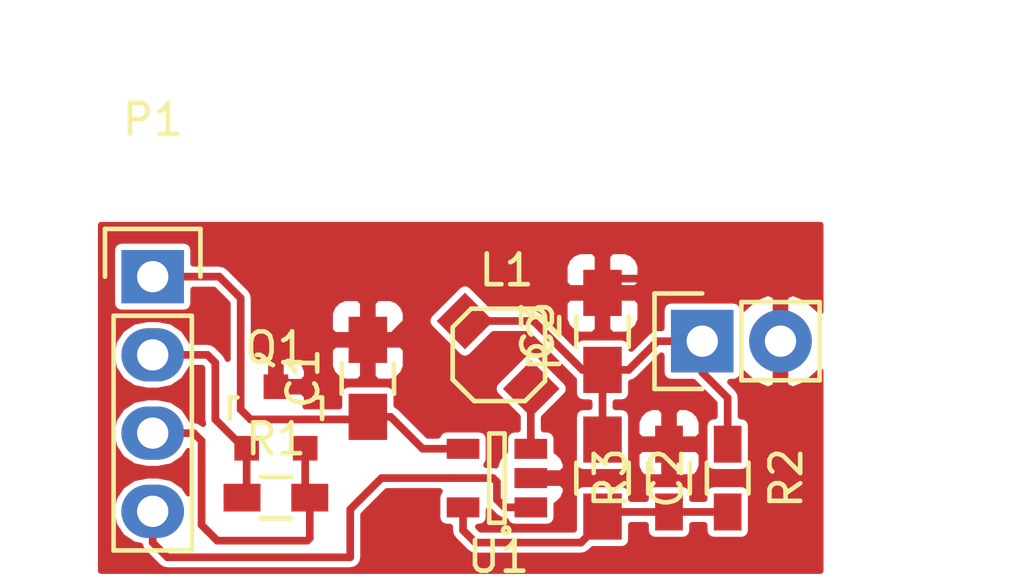
<source format=kicad_pcb>
(kicad_pcb (version 4) (host pcbnew 4.0.2-stable)

  (general
    (links 20)
    (no_connects 0)
    (area 148.879167 54.046 186.2445 72.74)
    (thickness 1.6)
    (drawings 2)
    (tracks 88)
    (zones 0)
    (modules 11)
    (nets 9)
  )

  (page A4)
  (layers
    (0 F.Cu signal)
    (31 B.Cu signal)
    (32 B.Adhes user)
    (33 F.Adhes user)
    (34 B.Paste user)
    (35 F.Paste user)
    (36 B.SilkS user)
    (37 F.SilkS user)
    (38 B.Mask user)
    (39 F.Mask user)
    (40 Dwgs.User user)
    (41 Cmts.User user)
    (42 Eco1.User user)
    (43 Eco2.User user)
    (44 Edge.Cuts user)
    (45 Margin user)
    (46 B.CrtYd user)
    (47 F.CrtYd user)
    (48 B.Fab user)
    (49 F.Fab user)
  )

  (setup
    (last_trace_width 0.25)
    (trace_clearance 0.2)
    (zone_clearance 0.2)
    (zone_45_only no)
    (trace_min 0.2)
    (segment_width 0.2)
    (edge_width 0.15)
    (via_size 0.6)
    (via_drill 0.4)
    (via_min_size 0.4)
    (via_min_drill 0.3)
    (uvia_size 0.3)
    (uvia_drill 0.1)
    (uvias_allowed no)
    (uvia_min_size 0.2)
    (uvia_min_drill 0.1)
    (pcb_text_width 0.3)
    (pcb_text_size 1.5 1.5)
    (mod_edge_width 0.15)
    (mod_text_size 1 1)
    (mod_text_width 0.15)
    (pad_size 1.524 1.524)
    (pad_drill 0.762)
    (pad_to_mask_clearance 0.2)
    (aux_axis_origin 0 0)
    (visible_elements 7FFEFFFF)
    (pcbplotparams
      (layerselection 0x00000_00000001)
      (usegerberextensions false)
      (excludeedgelayer true)
      (linewidth 0.100000)
      (plotframeref false)
      (viasonmask false)
      (mode 1)
      (useauxorigin false)
      (hpglpennumber 1)
      (hpglpenspeed 20)
      (hpglpendiameter 15)
      (hpglpenoverlay 2)
      (psnegative true)
      (psa4output false)
      (plotreference true)
      (plotvalue true)
      (plotinvisibletext false)
      (padsonsilk false)
      (subtractmaskfromsilk false)
      (outputformat 5)
      (mirror true)
      (drillshape 1)
      (scaleselection 1)
      (outputdirectory svg))
  )

  (net 0 "")
  (net 1 +3V3)
  (net 2 GND)
  (net 3 +1V8)
  (net 4 "Net-(C2-Pad2)")
  (net 5 "Net-(L1-Pad1)")
  (net 6 "Net-(P1-Pad2)")
  (net 7 "Net-(P1-Pad4)")
  (net 8 "Net-(P1-Pad3)")

  (net_class Default "This is the default net class."
    (clearance 0.2)
    (trace_width 0.25)
    (via_dia 0.6)
    (via_drill 0.4)
    (uvia_dia 0.3)
    (uvia_drill 0.1)
    (add_net +1V8)
    (add_net +3V3)
    (add_net GND)
    (add_net "Net-(C2-Pad2)")
    (add_net "Net-(L1-Pad1)")
    (add_net "Net-(P1-Pad2)")
    (add_net "Net-(P1-Pad3)")
    (add_net "Net-(P1-Pad4)")
  )

  (module Capacitors_SMD:C_0805_HandSoldering (layer F.Cu) (tedit 541A9B8D) (tstamp 583B0A52)
    (at 168.5925 69.215 270)
    (descr "Capacitor SMD 0805, hand soldering")
    (tags "capacitor 0805")
    (path /583AFBF1)
    (attr smd)
    (fp_text reference C2 (at 0 -2.1 270) (layer F.SilkS)
      (effects (font (size 1 1) (thickness 0.15)))
    )
    (fp_text value 18p (at 0 2.1 270) (layer F.Fab)
      (effects (font (size 1 1) (thickness 0.15)))
    )
    (fp_line (start -1 0.625) (end -1 -0.625) (layer F.Fab) (width 0.15))
    (fp_line (start 1 0.625) (end -1 0.625) (layer F.Fab) (width 0.15))
    (fp_line (start 1 -0.625) (end 1 0.625) (layer F.Fab) (width 0.15))
    (fp_line (start -1 -0.625) (end 1 -0.625) (layer F.Fab) (width 0.15))
    (fp_line (start -2.3 -1) (end 2.3 -1) (layer F.CrtYd) (width 0.05))
    (fp_line (start -2.3 1) (end 2.3 1) (layer F.CrtYd) (width 0.05))
    (fp_line (start -2.3 -1) (end -2.3 1) (layer F.CrtYd) (width 0.05))
    (fp_line (start 2.3 -1) (end 2.3 1) (layer F.CrtYd) (width 0.05))
    (fp_line (start 0.5 -0.85) (end -0.5 -0.85) (layer F.SilkS) (width 0.15))
    (fp_line (start -0.5 0.85) (end 0.5 0.85) (layer F.SilkS) (width 0.15))
    (pad 1 smd rect (at -1.25 0 270) (size 1.5 1.25) (layers F.Cu F.Paste F.Mask)
      (net 3 +1V8))
    (pad 2 smd rect (at 1.25 0 270) (size 1.5 1.25) (layers F.Cu F.Paste F.Mask)
      (net 4 "Net-(C2-Pad2)"))
    (model Capacitors_SMD.3dshapes/C_0805_HandSoldering.wrl
      (at (xyz 0 0 0))
      (scale (xyz 1 1 1))
      (rotate (xyz 0 0 0))
    )
  )

  (module Capacitors_SMD:C_0805_HandSoldering (layer F.Cu) (tedit 541A9B8D) (tstamp 583B0A4C)
    (at 160.9725 65.9765 90)
    (descr "Capacitor SMD 0805, hand soldering")
    (tags "capacitor 0805")
    (path /583B0057)
    (attr smd)
    (fp_text reference C1 (at 0 -2.1 90) (layer F.SilkS)
      (effects (font (size 1 1) (thickness 0.15)))
    )
    (fp_text value C (at 0 2.1 90) (layer F.Fab)
      (effects (font (size 1 1) (thickness 0.15)))
    )
    (fp_line (start -1 0.625) (end -1 -0.625) (layer F.Fab) (width 0.15))
    (fp_line (start 1 0.625) (end -1 0.625) (layer F.Fab) (width 0.15))
    (fp_line (start 1 -0.625) (end 1 0.625) (layer F.Fab) (width 0.15))
    (fp_line (start -1 -0.625) (end 1 -0.625) (layer F.Fab) (width 0.15))
    (fp_line (start -2.3 -1) (end 2.3 -1) (layer F.CrtYd) (width 0.05))
    (fp_line (start -2.3 1) (end 2.3 1) (layer F.CrtYd) (width 0.05))
    (fp_line (start -2.3 -1) (end -2.3 1) (layer F.CrtYd) (width 0.05))
    (fp_line (start 2.3 -1) (end 2.3 1) (layer F.CrtYd) (width 0.05))
    (fp_line (start 0.5 -0.85) (end -0.5 -0.85) (layer F.SilkS) (width 0.15))
    (fp_line (start -0.5 0.85) (end 0.5 0.85) (layer F.SilkS) (width 0.15))
    (pad 1 smd rect (at -1.25 0 90) (size 1.5 1.25) (layers F.Cu F.Paste F.Mask)
      (net 1 +3V3))
    (pad 2 smd rect (at 1.25 0 90) (size 1.5 1.25) (layers F.Cu F.Paste F.Mask)
      (net 2 GND))
    (model Capacitors_SMD.3dshapes/C_0805_HandSoldering.wrl
      (at (xyz 0 0 0))
      (scale (xyz 1 1 1))
      (rotate (xyz 0 0 0))
    )
  )

  (module Capacitors_SMD:C_0805_HandSoldering (layer F.Cu) (tedit 541A9B8D) (tstamp 583B0A58)
    (at 168.5925 64.4525 90)
    (descr "Capacitor SMD 0805, hand soldering")
    (tags "capacitor 0805")
    (path /583AFC16)
    (attr smd)
    (fp_text reference C3 (at 0 -2.1 90) (layer F.SilkS)
      (effects (font (size 1 1) (thickness 0.15)))
    )
    (fp_text value C (at 0 2.1 90) (layer F.Fab)
      (effects (font (size 1 1) (thickness 0.15)))
    )
    (fp_line (start -1 0.625) (end -1 -0.625) (layer F.Fab) (width 0.15))
    (fp_line (start 1 0.625) (end -1 0.625) (layer F.Fab) (width 0.15))
    (fp_line (start 1 -0.625) (end 1 0.625) (layer F.Fab) (width 0.15))
    (fp_line (start -1 -0.625) (end 1 -0.625) (layer F.Fab) (width 0.15))
    (fp_line (start -2.3 -1) (end 2.3 -1) (layer F.CrtYd) (width 0.05))
    (fp_line (start -2.3 1) (end 2.3 1) (layer F.CrtYd) (width 0.05))
    (fp_line (start -2.3 -1) (end -2.3 1) (layer F.CrtYd) (width 0.05))
    (fp_line (start 2.3 -1) (end 2.3 1) (layer F.CrtYd) (width 0.05))
    (fp_line (start 0.5 -0.85) (end -0.5 -0.85) (layer F.SilkS) (width 0.15))
    (fp_line (start -0.5 0.85) (end 0.5 0.85) (layer F.SilkS) (width 0.15))
    (pad 1 smd rect (at -1.25 0 90) (size 1.5 1.25) (layers F.Cu F.Paste F.Mask)
      (net 3 +1V8))
    (pad 2 smd rect (at 1.25 0 90) (size 1.5 1.25) (layers F.Cu F.Paste F.Mask)
      (net 2 GND))
    (model Capacitors_SMD.3dshapes/C_0805_HandSoldering.wrl
      (at (xyz 0 0 0))
      (scale (xyz 1 1 1))
      (rotate (xyz 0 0 0))
    )
  )

  (module lcd_dc-dc:CDRH2D14 (layer F.Cu) (tedit 571C8E44) (tstamp 583B0A5E)
    (at 165.227 65.2145 180)
    (path /583AFAFD)
    (fp_text reference L1 (at -0.25 2.75 180) (layer F.SilkS)
      (effects (font (size 1 1) (thickness 0.15)))
    )
    (fp_text value INDUCTOR (at 0.25 -2.25 180) (layer F.Fab)
      (effects (font (size 1 1) (thickness 0.15)))
    )
    (fp_line (start -1.5 -0.75) (end -1.5 -0.85) (layer F.SilkS) (width 0.15))
    (fp_line (start -0.85 -1.5) (end -1.5 -0.85) (layer F.SilkS) (width 0.15))
    (fp_line (start -1.5 1.2) (end -1.5 -0.75) (layer F.SilkS) (width 0.15))
    (fp_arc (start -1.2 1.2) (end -1.2 1.5) (angle 90) (layer F.SilkS) (width 0.15))
    (fp_line (start 0.9 1.5) (end -1.2 1.5) (layer F.SilkS) (width 0.15))
    (fp_line (start 1.5 -0.8) (end 1.5 0.9) (layer F.SilkS) (width 0.15))
    (fp_line (start -0.85 -1.5) (end 0.8 -1.5) (layer F.SilkS) (width 0.15))
    (fp_line (start 1.15 -1.15) (end 1.45 -0.85) (layer F.SilkS) (width 0.15))
    (fp_line (start 1.45 -0.85) (end 1.5 -0.8) (layer F.SilkS) (width 0.15))
    (fp_line (start 1.5 -0.8) (end 0.8 -1.5) (layer F.SilkS) (width 0.15))
    (fp_line (start 0.9 1.5) (end 1.5 0.9) (layer F.SilkS) (width 0.15))
    (pad 2 smd rect (at 1.1 1.1 225) (size 1.3 1.3) (layers F.Cu F.Paste F.Mask)
      (net 3 +1V8))
    (pad 1 smd rect (at -1.05 -1.1 225) (size 1.3 1.3) (layers F.Cu F.Paste F.Mask)
      (net 5 "Net-(L1-Pad1)"))
  )

  (module Pin_Headers:Pin_Header_Straight_1x04 (layer F.Cu) (tedit 0) (tstamp 583B0A66)
    (at 153.9875 62.6745)
    (descr "Through hole pin header")
    (tags "pin header")
    (path /583B272B)
    (fp_text reference P1 (at 0 -5.1) (layer F.SilkS)
      (effects (font (size 1 1) (thickness 0.15)))
    )
    (fp_text value CONN_01X04 (at 0 -3.1) (layer F.Fab)
      (effects (font (size 1 1) (thickness 0.15)))
    )
    (fp_line (start -1.75 -1.75) (end -1.75 9.4) (layer F.CrtYd) (width 0.05))
    (fp_line (start 1.75 -1.75) (end 1.75 9.4) (layer F.CrtYd) (width 0.05))
    (fp_line (start -1.75 -1.75) (end 1.75 -1.75) (layer F.CrtYd) (width 0.05))
    (fp_line (start -1.75 9.4) (end 1.75 9.4) (layer F.CrtYd) (width 0.05))
    (fp_line (start -1.27 1.27) (end -1.27 8.89) (layer F.SilkS) (width 0.15))
    (fp_line (start 1.27 1.27) (end 1.27 8.89) (layer F.SilkS) (width 0.15))
    (fp_line (start 1.55 -1.55) (end 1.55 0) (layer F.SilkS) (width 0.15))
    (fp_line (start -1.27 8.89) (end 1.27 8.89) (layer F.SilkS) (width 0.15))
    (fp_line (start 1.27 1.27) (end -1.27 1.27) (layer F.SilkS) (width 0.15))
    (fp_line (start -1.55 0) (end -1.55 -1.55) (layer F.SilkS) (width 0.15))
    (fp_line (start -1.55 -1.55) (end 1.55 -1.55) (layer F.SilkS) (width 0.15))
    (pad 1 thru_hole rect (at 0 0) (size 2.032 1.7272) (drill 1.016) (layers *.Cu *.Mask)
      (net 1 +3V3))
    (pad 2 thru_hole oval (at 0 2.54) (size 2.032 1.7272) (drill 1.016) (layers *.Cu *.Mask)
      (net 6 "Net-(P1-Pad2)"))
    (pad 3 thru_hole oval (at 0 5.08) (size 2.032 1.7272) (drill 1.016) (layers *.Cu *.Mask)
      (net 8 "Net-(P1-Pad3)"))
    (pad 4 thru_hole oval (at 0 7.62) (size 2.032 1.7272) (drill 1.016) (layers *.Cu *.Mask)
      (net 7 "Net-(P1-Pad4)"))
    (model Pin_Headers.3dshapes/Pin_Header_Straight_1x04.wrl
      (at (xyz 0 -0.15 0))
      (scale (xyz 1 1 1))
      (rotate (xyz 0 0 90))
    )
  )

  (module Pin_Headers:Pin_Header_Straight_1x02 (layer F.Cu) (tedit 54EA090C) (tstamp 583B0A6C)
    (at 171.831 64.77 90)
    (descr "Through hole pin header")
    (tags "pin header")
    (path /583B02D5)
    (fp_text reference P2 (at 0 -5.1 90) (layer F.SilkS)
      (effects (font (size 1 1) (thickness 0.15)))
    )
    (fp_text value CONN_01X02 (at 0 -3.1 90) (layer F.Fab)
      (effects (font (size 1 1) (thickness 0.15)))
    )
    (fp_line (start 1.27 1.27) (end 1.27 3.81) (layer F.SilkS) (width 0.15))
    (fp_line (start 1.55 -1.55) (end 1.55 0) (layer F.SilkS) (width 0.15))
    (fp_line (start -1.75 -1.75) (end -1.75 4.3) (layer F.CrtYd) (width 0.05))
    (fp_line (start 1.75 -1.75) (end 1.75 4.3) (layer F.CrtYd) (width 0.05))
    (fp_line (start -1.75 -1.75) (end 1.75 -1.75) (layer F.CrtYd) (width 0.05))
    (fp_line (start -1.75 4.3) (end 1.75 4.3) (layer F.CrtYd) (width 0.05))
    (fp_line (start 1.27 1.27) (end -1.27 1.27) (layer F.SilkS) (width 0.15))
    (fp_line (start -1.55 0) (end -1.55 -1.55) (layer F.SilkS) (width 0.15))
    (fp_line (start -1.55 -1.55) (end 1.55 -1.55) (layer F.SilkS) (width 0.15))
    (fp_line (start -1.27 1.27) (end -1.27 3.81) (layer F.SilkS) (width 0.15))
    (fp_line (start -1.27 3.81) (end 1.27 3.81) (layer F.SilkS) (width 0.15))
    (pad 1 thru_hole rect (at 0 0 90) (size 2.032 2.032) (drill 1.016) (layers *.Cu *.Mask)
      (net 3 +1V8))
    (pad 2 thru_hole oval (at 0 2.54 90) (size 2.032 2.032) (drill 1.016) (layers *.Cu *.Mask)
      (net 2 GND))
    (model Pin_Headers.3dshapes/Pin_Header_Straight_1x02.wrl
      (at (xyz 0 -0.05 0))
      (scale (xyz 1 1 1))
      (rotate (xyz 0 0 90))
    )
  )

  (module TO_SOT_Packages_SMD:SOT-23 (layer F.Cu) (tedit 553634F8) (tstamp 583B0A73)
    (at 157.988 67.2465)
    (descr "SOT-23, Standard")
    (tags SOT-23)
    (path /583B1C2E)
    (attr smd)
    (fp_text reference Q1 (at 0 -2.25) (layer F.SilkS)
      (effects (font (size 1 1) (thickness 0.15)))
    )
    (fp_text value Q_NMOS_GSD (at 0 2.3) (layer F.Fab)
      (effects (font (size 1 1) (thickness 0.15)))
    )
    (fp_line (start -1.65 -1.6) (end 1.65 -1.6) (layer F.CrtYd) (width 0.05))
    (fp_line (start 1.65 -1.6) (end 1.65 1.6) (layer F.CrtYd) (width 0.05))
    (fp_line (start 1.65 1.6) (end -1.65 1.6) (layer F.CrtYd) (width 0.05))
    (fp_line (start -1.65 1.6) (end -1.65 -1.6) (layer F.CrtYd) (width 0.05))
    (fp_line (start 1.29916 -0.65024) (end 1.2509 -0.65024) (layer F.SilkS) (width 0.15))
    (fp_line (start -1.49982 0.0508) (end -1.49982 -0.65024) (layer F.SilkS) (width 0.15))
    (fp_line (start -1.49982 -0.65024) (end -1.2509 -0.65024) (layer F.SilkS) (width 0.15))
    (fp_line (start 1.29916 -0.65024) (end 1.49982 -0.65024) (layer F.SilkS) (width 0.15))
    (fp_line (start 1.49982 -0.65024) (end 1.49982 0.0508) (layer F.SilkS) (width 0.15))
    (pad 1 smd rect (at -0.95 1.00076) (size 0.8001 0.8001) (layers F.Cu F.Paste F.Mask)
      (net 6 "Net-(P1-Pad2)"))
    (pad 2 smd rect (at 0.95 1.00076) (size 0.8001 0.8001) (layers F.Cu F.Paste F.Mask)
      (net 8 "Net-(P1-Pad3)"))
    (pad 3 smd rect (at 0 -0.99822) (size 0.8001 0.8001) (layers F.Cu F.Paste F.Mask)
      (net 2 GND))
    (model TO_SOT_Packages_SMD.3dshapes/SOT-23.wrl
      (at (xyz 0 0 0))
      (scale (xyz 1 1 1))
      (rotate (xyz 0 0 0))
    )
  )

  (module Resistors_SMD:R_0603_HandSoldering (layer F.Cu) (tedit 58307AEF) (tstamp 583B0A79)
    (at 157.988 69.85)
    (descr "Resistor SMD 0603, hand soldering")
    (tags "resistor 0603")
    (path /583B2A4C)
    (attr smd)
    (fp_text reference R1 (at 0 -1.9) (layer F.SilkS)
      (effects (font (size 1 1) (thickness 0.15)))
    )
    (fp_text value R_Small (at 0 1.9) (layer F.Fab)
      (effects (font (size 1 1) (thickness 0.15)))
    )
    (fp_line (start -0.8 0.4) (end -0.8 -0.4) (layer F.Fab) (width 0.1))
    (fp_line (start 0.8 0.4) (end -0.8 0.4) (layer F.Fab) (width 0.1))
    (fp_line (start 0.8 -0.4) (end 0.8 0.4) (layer F.Fab) (width 0.1))
    (fp_line (start -0.8 -0.4) (end 0.8 -0.4) (layer F.Fab) (width 0.1))
    (fp_line (start -2 -0.8) (end 2 -0.8) (layer F.CrtYd) (width 0.05))
    (fp_line (start -2 0.8) (end 2 0.8) (layer F.CrtYd) (width 0.05))
    (fp_line (start -2 -0.8) (end -2 0.8) (layer F.CrtYd) (width 0.05))
    (fp_line (start 2 -0.8) (end 2 0.8) (layer F.CrtYd) (width 0.05))
    (fp_line (start 0.5 0.675) (end -0.5 0.675) (layer F.SilkS) (width 0.15))
    (fp_line (start -0.5 -0.675) (end 0.5 -0.675) (layer F.SilkS) (width 0.15))
    (pad 1 smd rect (at -1.1 0) (size 1.2 0.9) (layers F.Cu F.Paste F.Mask)
      (net 6 "Net-(P1-Pad2)"))
    (pad 2 smd rect (at 1.1 0) (size 1.2 0.9) (layers F.Cu F.Paste F.Mask)
      (net 8 "Net-(P1-Pad3)"))
    (model Resistors_SMD.3dshapes/R_0603_HandSoldering.wrl
      (at (xyz 0 0 0))
      (scale (xyz 1 1 1))
      (rotate (xyz 0 0 0))
    )
  )

  (module Resistors_SMD:R_0603_HandSoldering (layer F.Cu) (tedit 58307AEF) (tstamp 583B0A7F)
    (at 172.6565 69.215 270)
    (descr "Resistor SMD 0603, hand soldering")
    (tags "resistor 0603")
    (path /583AFBCC)
    (attr smd)
    (fp_text reference R2 (at 0 -1.9 270) (layer F.SilkS)
      (effects (font (size 1 1) (thickness 0.15)))
    )
    (fp_text value R (at 0 1.9 270) (layer F.Fab)
      (effects (font (size 1 1) (thickness 0.15)))
    )
    (fp_line (start -0.8 0.4) (end -0.8 -0.4) (layer F.Fab) (width 0.1))
    (fp_line (start 0.8 0.4) (end -0.8 0.4) (layer F.Fab) (width 0.1))
    (fp_line (start 0.8 -0.4) (end 0.8 0.4) (layer F.Fab) (width 0.1))
    (fp_line (start -0.8 -0.4) (end 0.8 -0.4) (layer F.Fab) (width 0.1))
    (fp_line (start -2 -0.8) (end 2 -0.8) (layer F.CrtYd) (width 0.05))
    (fp_line (start -2 0.8) (end 2 0.8) (layer F.CrtYd) (width 0.05))
    (fp_line (start -2 -0.8) (end -2 0.8) (layer F.CrtYd) (width 0.05))
    (fp_line (start 2 -0.8) (end 2 0.8) (layer F.CrtYd) (width 0.05))
    (fp_line (start 0.5 0.675) (end -0.5 0.675) (layer F.SilkS) (width 0.15))
    (fp_line (start -0.5 -0.675) (end 0.5 -0.675) (layer F.SilkS) (width 0.15))
    (pad 1 smd rect (at -1.1 0 270) (size 1.2 0.9) (layers F.Cu F.Paste F.Mask)
      (net 3 +1V8))
    (pad 2 smd rect (at 1.1 0 270) (size 1.2 0.9) (layers F.Cu F.Paste F.Mask)
      (net 4 "Net-(C2-Pad2)"))
    (model Resistors_SMD.3dshapes/R_0603_HandSoldering.wrl
      (at (xyz 0 0 0))
      (scale (xyz 1 1 1))
      (rotate (xyz 0 0 0))
    )
  )

  (module Resistors_SMD:R_0603_HandSoldering (layer F.Cu) (tedit 58307AEF) (tstamp 583B0A85)
    (at 170.7515 69.215 90)
    (descr "Resistor SMD 0603, hand soldering")
    (tags "resistor 0603")
    (path /583AFC69)
    (attr smd)
    (fp_text reference R3 (at 0 -1.9 90) (layer F.SilkS)
      (effects (font (size 1 1) (thickness 0.15)))
    )
    (fp_text value R (at 0 1.9 90) (layer F.Fab)
      (effects (font (size 1 1) (thickness 0.15)))
    )
    (fp_line (start -0.8 0.4) (end -0.8 -0.4) (layer F.Fab) (width 0.1))
    (fp_line (start 0.8 0.4) (end -0.8 0.4) (layer F.Fab) (width 0.1))
    (fp_line (start 0.8 -0.4) (end 0.8 0.4) (layer F.Fab) (width 0.1))
    (fp_line (start -0.8 -0.4) (end 0.8 -0.4) (layer F.Fab) (width 0.1))
    (fp_line (start -2 -0.8) (end 2 -0.8) (layer F.CrtYd) (width 0.05))
    (fp_line (start -2 0.8) (end 2 0.8) (layer F.CrtYd) (width 0.05))
    (fp_line (start -2 -0.8) (end -2 0.8) (layer F.CrtYd) (width 0.05))
    (fp_line (start 2 -0.8) (end 2 0.8) (layer F.CrtYd) (width 0.05))
    (fp_line (start 0.5 0.675) (end -0.5 0.675) (layer F.SilkS) (width 0.15))
    (fp_line (start -0.5 -0.675) (end 0.5 -0.675) (layer F.SilkS) (width 0.15))
    (pad 1 smd rect (at -1.1 0 90) (size 1.2 0.9) (layers F.Cu F.Paste F.Mask)
      (net 4 "Net-(C2-Pad2)"))
    (pad 2 smd rect (at 1.1 0 90) (size 1.2 0.9) (layers F.Cu F.Paste F.Mask)
      (net 2 GND))
    (model Resistors_SMD.3dshapes/R_0603_HandSoldering.wrl
      (at (xyz 0 0 0))
      (scale (xyz 1 1 1))
      (rotate (xyz 0 0 0))
    )
  )

  (module TO_SOT_Packages_SMD:SOT-23-5 (layer F.Cu) (tedit 55360473) (tstamp 583B0A8E)
    (at 165.1635 69.215 180)
    (descr "5-pin SOT23 package")
    (tags SOT-23-5)
    (path /583AFA04)
    (attr smd)
    (fp_text reference U1 (at -0.05 -2.55 180) (layer F.SilkS)
      (effects (font (size 1 1) (thickness 0.15)))
    )
    (fp_text value NCP1529 (at -0.05 2.35 180) (layer F.Fab)
      (effects (font (size 1 1) (thickness 0.15)))
    )
    (fp_line (start -1.8 -1.6) (end 1.8 -1.6) (layer F.CrtYd) (width 0.05))
    (fp_line (start 1.8 -1.6) (end 1.8 1.6) (layer F.CrtYd) (width 0.05))
    (fp_line (start 1.8 1.6) (end -1.8 1.6) (layer F.CrtYd) (width 0.05))
    (fp_line (start -1.8 1.6) (end -1.8 -1.6) (layer F.CrtYd) (width 0.05))
    (fp_circle (center -0.3 -1.7) (end -0.2 -1.7) (layer F.SilkS) (width 0.15))
    (fp_line (start 0.25 -1.45) (end -0.25 -1.45) (layer F.SilkS) (width 0.15))
    (fp_line (start 0.25 1.45) (end 0.25 -1.45) (layer F.SilkS) (width 0.15))
    (fp_line (start -0.25 1.45) (end 0.25 1.45) (layer F.SilkS) (width 0.15))
    (fp_line (start -0.25 -1.45) (end -0.25 1.45) (layer F.SilkS) (width 0.15))
    (pad 1 smd rect (at -1.1 -0.95 180) (size 1.06 0.65) (layers F.Cu F.Paste F.Mask)
      (net 7 "Net-(P1-Pad4)"))
    (pad 2 smd rect (at -1.1 0 180) (size 1.06 0.65) (layers F.Cu F.Paste F.Mask)
      (net 2 GND))
    (pad 3 smd rect (at -1.1 0.95 180) (size 1.06 0.65) (layers F.Cu F.Paste F.Mask)
      (net 5 "Net-(L1-Pad1)"))
    (pad 4 smd rect (at 1.1 0.95 180) (size 1.06 0.65) (layers F.Cu F.Paste F.Mask)
      (net 1 +3V3))
    (pad 5 smd rect (at 1.1 -0.95 180) (size 1.06 0.65) (layers F.Cu F.Paste F.Mask)
      (net 4 "Net-(C2-Pad2)"))
    (model TO_SOT_Packages_SMD.3dshapes/SOT-23-5.wrl
      (at (xyz 0 0 0))
      (scale (xyz 1 1 1))
      (rotate (xyz 0 0 0))
    )
  )

  (dimension 23.5585 (width 0.3) (layer Dwgs.User)
    (gr_text "23,558 mm" (at 163.98875 55.546) (layer Dwgs.User)
      (effects (font (size 1.5 1.5) (thickness 0.3)))
    )
    (feature1 (pts (xy 175.768 60.8965) (xy 175.768 54.196)))
    (feature2 (pts (xy 152.2095 60.8965) (xy 152.2095 54.196)))
    (crossbar (pts (xy 152.2095 56.896) (xy 175.768 56.896)))
    (arrow1a (pts (xy 175.768 56.896) (xy 174.641496 57.482421)))
    (arrow1b (pts (xy 175.768 56.896) (xy 174.641496 56.309579)))
    (arrow2a (pts (xy 152.2095 56.896) (xy 153.336004 57.482421)))
    (arrow2b (pts (xy 152.2095 56.896) (xy 153.336004 56.309579)))
  )
  (dimension 11.43 (width 0.3) (layer Dwgs.User)
    (gr_text "11,430 mm" (at 179.5945 66.6115 270) (layer Dwgs.User)
      (effects (font (size 1.5 1.5) (thickness 0.3)))
    )
    (feature1 (pts (xy 175.768 72.3265) (xy 180.9445 72.3265)))
    (feature2 (pts (xy 175.768 60.8965) (xy 180.9445 60.8965)))
    (crossbar (pts (xy 178.2445 60.8965) (xy 178.2445 72.3265)))
    (arrow1a (pts (xy 178.2445 72.3265) (xy 177.658079 71.199996)))
    (arrow1b (pts (xy 178.2445 72.3265) (xy 178.830921 71.199996)))
    (arrow2a (pts (xy 178.2445 60.8965) (xy 177.658079 62.023004)))
    (arrow2b (pts (xy 178.2445 60.8965) (xy 178.830921 62.023004)))
  )

  (segment (start 153.9875 62.6745) (end 156.1465 62.6745) (width 0.25) (layer F.Cu) (net 1))
  (segment (start 156.845 63.373) (end 156.845 65.3415) (width 0.25) (layer F.Cu) (net 1) (tstamp 583B113A))
  (segment (start 156.1465 62.6745) (end 156.845 63.373) (width 0.25) (layer F.Cu) (net 1) (tstamp 583B1139))
  (segment (start 153.9875 62.6745) (end 154.305 62.6745) (width 0.25) (layer F.Cu) (net 1) (status 10))
  (segment (start 157.1625 67.31) (end 160.889 67.31) (width 0.25) (layer F.Cu) (net 1) (tstamp 583B1105))
  (segment (start 156.845 65.3415) (end 156.845 66.9925) (width 0.25) (layer F.Cu) (net 1) (tstamp 583B113E))
  (segment (start 156.845 66.9925) (end 157.1625 67.31) (width 0.25) (layer F.Cu) (net 1) (tstamp 583B1103))
  (segment (start 160.889 67.31) (end 160.9725 67.2265) (width 0.25) (layer F.Cu) (net 1) (tstamp 583B1106))
  (segment (start 160.9725 67.2265) (end 161.7145 67.2265) (width 0.25) (layer F.Cu) (net 1))
  (segment (start 162.7505 68.2625) (end 164.061 68.2625) (width 0.25) (layer F.Cu) (net 1) (tstamp 583B1027))
  (segment (start 161.7145 67.2265) (end 162.7505 68.2625) (width 0.25) (layer F.Cu) (net 1) (tstamp 583B1026))
  (segment (start 164.061 68.2625) (end 164.0635 68.265) (width 0.25) (layer F.Cu) (net 1) (tstamp 583B1028))
  (segment (start 164.2745 62.57925) (end 164.62375 62.57925) (width 0.25) (layer F.Cu) (net 2))
  (segment (start 164.62375 62.57925) (end 165.247 63.2025) (width 0.25) (layer F.Cu) (net 2) (tstamp 583B1181))
  (segment (start 164.211 62.57925) (end 164.2745 62.57925) (width 0.25) (layer F.Cu) (net 2))
  (segment (start 163.79825 62.57925) (end 161.651 64.7265) (width 0.25) (layer F.Cu) (net 2) (tstamp 583B1170))
  (segment (start 161.651 64.7265) (end 160.9725 64.7265) (width 0.25) (layer F.Cu) (net 2) (tstamp 583B116C))
  (segment (start 163.79825 62.57925) (end 164.211 62.57925) (width 0.25) (layer F.Cu) (net 2))
  (segment (start 164.62375 62.57925) (end 164.7825 62.738) (width 0.25) (layer F.Cu) (net 2) (tstamp 583B1179))
  (segment (start 168.5925 63.2025) (end 165.247 63.2025) (width 0.25) (layer F.Cu) (net 2))
  (segment (start 165.247 63.2025) (end 164.7825 62.738) (width 0.25) (layer F.Cu) (net 2) (tstamp 583B1163))
  (segment (start 157.988 66.24828) (end 157.988 65.3415) (width 0.25) (layer F.Cu) (net 2))
  (segment (start 157.988 65.3415) (end 158.603 64.7265) (width 0.25) (layer F.Cu) (net 2) (tstamp 583B1063))
  (segment (start 158.603 64.7265) (end 160.9725 64.7265) (width 0.25) (layer F.Cu) (net 2) (tstamp 583B1064))
  (segment (start 160.9725 64.7265) (end 161.016 64.7265) (width 0.25) (layer F.Cu) (net 2))
  (segment (start 174.371 64.77) (end 174.371 62.865) (width 0.25) (layer F.Cu) (net 2))
  (segment (start 174.244 62.738) (end 169.057 62.738) (width 0.25) (layer F.Cu) (net 2) (tstamp 583B1010))
  (segment (start 174.371 62.865) (end 174.244 62.738) (width 0.25) (layer F.Cu) (net 2) (tstamp 583B100F))
  (segment (start 169.057 62.738) (end 168.5925 63.2025) (width 0.25) (layer F.Cu) (net 2) (tstamp 583B1011))
  (segment (start 170.6245 69.215) (end 174.244 69.215) (width 0.25) (layer F.Cu) (net 2))
  (segment (start 174.371 69.088) (end 174.371 64.77) (width 0.25) (layer F.Cu) (net 2) (tstamp 583B0FE6))
  (segment (start 174.244 69.215) (end 174.371 69.088) (width 0.25) (layer F.Cu) (net 2) (tstamp 583B0FE5))
  (segment (start 166.2635 69.215) (end 170.6245 69.215) (width 0.25) (layer F.Cu) (net 2))
  (segment (start 170.6245 69.215) (end 170.7515 69.215) (width 0.25) (layer F.Cu) (net 2) (tstamp 583B0FE3))
  (segment (start 170.7515 69.215) (end 170.7515 68.115) (width 0.25) (layer F.Cu) (net 2) (tstamp 583B0FE0))
  (segment (start 171.831 64.77) (end 170.3705 64.77) (width 0.25) (layer F.Cu) (net 3))
  (segment (start 170.3705 64.77) (end 169.438 65.7025) (width 0.25) (layer F.Cu) (net 3) (tstamp 583B115D))
  (segment (start 164.127 64.1145) (end 166.3495 64.1145) (width 0.25) (layer F.Cu) (net 3))
  (segment (start 167.9375 65.7025) (end 168.5925 65.7025) (width 0.25) (layer F.Cu) (net 3) (tstamp 583B1015))
  (segment (start 166.3495 64.1145) (end 167.9375 65.7025) (width 0.25) (layer F.Cu) (net 3) (tstamp 583B1014))
  (segment (start 172.6565 68.115) (end 172.6565 66.6115) (width 0.25) (layer F.Cu) (net 3))
  (segment (start 172.6565 66.6115) (end 171.831 65.786) (width 0.25) (layer F.Cu) (net 3) (tstamp 583B1006))
  (segment (start 171.831 65.786) (end 171.831 64.77) (width 0.25) (layer F.Cu) (net 3) (tstamp 583B1007))
  (segment (start 168.5925 65.7025) (end 169.438 65.7025) (width 0.25) (layer F.Cu) (net 3))
  (segment (start 168.5925 65.7025) (end 168.5925 67.965) (width 0.25) (layer F.Cu) (net 3))
  (segment (start 168.5925 70.465) (end 168.5925 70.612) (width 0.25) (layer F.Cu) (net 4))
  (segment (start 168.5925 70.612) (end 167.894 71.3105) (width 0.25) (layer F.Cu) (net 4) (tstamp 583B0FFA))
  (segment (start 164.0635 70.909) (end 164.0635 70.165) (width 0.25) (layer F.Cu) (net 4) (tstamp 583B0FFD))
  (segment (start 164.465 71.3105) (end 164.0635 70.909) (width 0.25) (layer F.Cu) (net 4) (tstamp 583B0FFC))
  (segment (start 167.894 71.3105) (end 164.465 71.3105) (width 0.25) (layer F.Cu) (net 4) (tstamp 583B0FFB))
  (segment (start 170.7515 70.315) (end 168.7425 70.315) (width 0.25) (layer F.Cu) (net 4))
  (segment (start 168.7425 70.315) (end 168.5925 70.465) (width 0.25) (layer F.Cu) (net 4) (tstamp 583B0FF7))
  (segment (start 172.6565 70.315) (end 170.7515 70.315) (width 0.25) (layer F.Cu) (net 4))
  (segment (start 166.2635 68.265) (end 166.2635 66.328) (width 0.25) (layer F.Cu) (net 5))
  (segment (start 166.2635 66.328) (end 166.277 66.3145) (width 0.25) (layer F.Cu) (net 5) (tstamp 583B0DCC))
  (segment (start 166.3651 65.77522) (end 166.28716 65.69728) (width 0.25) (layer F.Cu) (net 5) (tstamp 583B0B0F))
  (segment (start 153.9875 65.2145) (end 155.7655 65.2145) (width 0.25) (layer F.Cu) (net 6))
  (segment (start 156.0195 65.4685) (end 156.0195 66.929) (width 0.25) (layer F.Cu) (net 6) (tstamp 583B1142))
  (segment (start 155.7655 65.2145) (end 156.0195 65.4685) (width 0.25) (layer F.Cu) (net 6) (tstamp 583B1141))
  (segment (start 157.038 68.24726) (end 156.95676 68.24726) (width 0.25) (layer F.Cu) (net 6))
  (segment (start 156.95676 68.24726) (end 156.0195 67.31) (width 0.25) (layer F.Cu) (net 6) (tstamp 583B110C))
  (segment (start 156.0195 67.31) (end 156.0195 66.929) (width 0.25) (layer F.Cu) (net 6) (tstamp 583B110E))
  (segment (start 155.0035 65.2145) (end 153.9875 65.2145) (width 0.25) (layer F.Cu) (net 6) (tstamp 583B1110) (status 20))
  (segment (start 157.038 68.24726) (end 157.038 69.7) (width 0.25) (layer F.Cu) (net 6))
  (segment (start 157.038 69.7) (end 156.888 69.85) (width 0.25) (layer F.Cu) (net 6) (tstamp 583B1060))
  (segment (start 160.401 71.78675) (end 160.401 70.231) (width 0.25) (layer F.Cu) (net 7))
  (segment (start 161.417 69.215) (end 163.703 69.215) (width 0.25) (layer F.Cu) (net 7) (tstamp 583B11F7))
  (segment (start 160.401 70.231) (end 161.417 69.215) (width 0.25) (layer F.Cu) (net 7) (tstamp 583B11F5))
  (segment (start 160.401 71.78675) (end 154.46375 71.78675) (width 0.25) (layer F.Cu) (net 7) (tstamp 583B11F3))
  (segment (start 154.46375 71.78675) (end 153.9875 71.3105) (width 0.25) (layer F.Cu) (net 7) (tstamp 583B1156))
  (segment (start 153.9875 70.2945) (end 153.9875 71.3105) (width 0.25) (layer F.Cu) (net 7))
  (segment (start 166.2635 70.165) (end 165.415 70.165) (width 0.25) (layer F.Cu) (net 7))
  (segment (start 165.0365 69.215) (end 163.703 69.215) (width 0.25) (layer F.Cu) (net 7) (tstamp 583B10EF))
  (segment (start 165.1635 69.342) (end 165.0365 69.215) (width 0.25) (layer F.Cu) (net 7) (tstamp 583B10EE))
  (segment (start 165.1635 69.9135) (end 165.1635 69.342) (width 0.25) (layer F.Cu) (net 7) (tstamp 583B10ED))
  (segment (start 165.415 70.165) (end 165.1635 69.9135) (width 0.25) (layer F.Cu) (net 7) (tstamp 583B10EB))
  (segment (start 153.9875 70.5485) (end 153.9875 70.2945) (width 0.25) (layer F.Cu) (net 7) (tstamp 583B10FB) (status 30))
  (segment (start 153.9875 67.7545) (end 155.321 67.7545) (width 0.25) (layer F.Cu) (net 8))
  (segment (start 155.575 68.0085) (end 155.575 68.834) (width 0.25) (layer F.Cu) (net 8) (tstamp 583B1149))
  (segment (start 155.321 67.7545) (end 155.575 68.0085) (width 0.25) (layer F.Cu) (net 8) (tstamp 583B1148))
  (segment (start 159.088 69.85) (end 159.088 71.163) (width 0.25) (layer F.Cu) (net 8))
  (segment (start 159.088 71.163) (end 159.004 71.247) (width 0.25) (layer F.Cu) (net 8) (tstamp 583B1114))
  (segment (start 159.004 71.247) (end 156.083 71.247) (width 0.25) (layer F.Cu) (net 8) (tstamp 583B1115))
  (segment (start 156.083 71.247) (end 155.575 70.739) (width 0.25) (layer F.Cu) (net 8) (tstamp 583B1116))
  (segment (start 155.575 70.739) (end 155.575 68.834) (width 0.25) (layer F.Cu) (net 8) (tstamp 583B1117))
  (segment (start 154.813 67.7545) (end 153.9875 67.7545) (width 0.25) (layer F.Cu) (net 8) (tstamp 583B1119) (status 20))
  (segment (start 158.938 68.24726) (end 158.938 69.7) (width 0.25) (layer F.Cu) (net 8))
  (segment (start 158.938 69.7) (end 159.088 69.85) (width 0.25) (layer F.Cu) (net 8) (tstamp 583B105D))

  (zone (net 2) (net_name GND) (layer F.Cu) (tstamp 583B119A) (hatch edge 0.508)
    (connect_pads (clearance 0.2))
    (min_thickness 0.2)
    (fill yes (arc_segments 16) (thermal_gap 0.508) (thermal_bridge_width 0.508))
    (polygon
      (pts
        (xy 152.2095 60.8965) (xy 175.768 60.8965) (xy 175.768 71.628) (xy 175.768 72.3265) (xy 152.2095 72.3265)
      )
    )
    (filled_polygon
      (pts
        (xy 175.668 63.793086) (xy 175.196679 63.371549) (xy 174.776009 63.197313) (xy 174.525 63.306078) (xy 174.525 64.616)
        (xy 174.545 64.616) (xy 174.545 64.924) (xy 174.525 64.924) (xy 174.525 66.233922) (xy 174.776009 66.342687)
        (xy 175.196679 66.168451) (xy 175.668 65.746914) (xy 175.668 72.2265) (xy 152.3095 72.2265) (xy 152.3095 65.2145)
        (xy 152.645718 65.2145) (xy 152.734292 65.65979) (xy 152.986529 66.037289) (xy 153.364028 66.289526) (xy 153.809318 66.3781)
        (xy 154.165682 66.3781) (xy 154.610972 66.289526) (xy 154.988471 66.037289) (xy 155.240708 65.65979) (xy 155.244744 65.6395)
        (xy 155.58946 65.6395) (xy 155.5945 65.644541) (xy 155.5945 67.31) (xy 155.615883 67.4175) (xy 155.623541 67.456001)
        (xy 155.62152 67.45398) (xy 155.483641 67.361851) (xy 155.44417 67.354) (xy 155.321 67.3295) (xy 155.244744 67.3295)
        (xy 155.240708 67.30921) (xy 154.988471 66.931711) (xy 154.610972 66.679474) (xy 154.165682 66.5909) (xy 153.809318 66.5909)
        (xy 153.364028 66.679474) (xy 152.986529 66.931711) (xy 152.734292 67.30921) (xy 152.645718 67.7545) (xy 152.734292 68.19979)
        (xy 152.986529 68.577289) (xy 153.364028 68.829526) (xy 153.809318 68.9181) (xy 154.165682 68.9181) (xy 154.610972 68.829526)
        (xy 154.988471 68.577289) (xy 155.15 68.335544) (xy 155.15 69.713456) (xy 154.988471 69.471711) (xy 154.610972 69.219474)
        (xy 154.165682 69.1309) (xy 153.809318 69.1309) (xy 153.364028 69.219474) (xy 152.986529 69.471711) (xy 152.734292 69.84921)
        (xy 152.645718 70.2945) (xy 152.734292 70.73979) (xy 152.986529 71.117289) (xy 153.364028 71.369526) (xy 153.582901 71.413063)
        (xy 153.585928 71.428279) (xy 153.594851 71.473141) (xy 153.68698 71.61102) (xy 154.163229 72.08727) (xy 154.255358 72.148828)
        (xy 154.30111 72.179399) (xy 154.46375 72.21175) (xy 160.401 72.21175) (xy 160.56364 72.179399) (xy 160.70152 72.08727)
        (xy 160.793649 71.94939) (xy 160.826 71.78675) (xy 160.826 70.40704) (xy 161.59304 69.64) (xy 163.307065 69.64)
        (xy 163.251722 69.720997) (xy 163.227623 69.84) (xy 163.227623 70.49) (xy 163.248542 70.601173) (xy 163.314245 70.703279)
        (xy 163.414497 70.771778) (xy 163.5335 70.795877) (xy 163.6385 70.795877) (xy 163.6385 70.909) (xy 163.657526 71.004649)
        (xy 163.670851 71.071641) (xy 163.76298 71.20952) (xy 164.16448 71.611021) (xy 164.302359 71.703149) (xy 164.465 71.7355)
        (xy 167.894 71.7355) (xy 168.029657 71.708516) (xy 168.056641 71.703149) (xy 168.19452 71.61102) (xy 168.284663 71.520877)
        (xy 169.2175 71.520877) (xy 169.328673 71.499958) (xy 169.430779 71.434255) (xy 169.499278 71.334003) (xy 169.523377 71.215)
        (xy 169.523377 70.74) (xy 169.995623 70.74) (xy 169.995623 70.915) (xy 170.016542 71.026173) (xy 170.082245 71.128279)
        (xy 170.182497 71.196778) (xy 170.3015 71.220877) (xy 171.2015 71.220877) (xy 171.312673 71.199958) (xy 171.414779 71.134255)
        (xy 171.483278 71.034003) (xy 171.507377 70.915) (xy 171.507377 70.74) (xy 171.900623 70.74) (xy 171.900623 70.915)
        (xy 171.921542 71.026173) (xy 171.987245 71.128279) (xy 172.087497 71.196778) (xy 172.2065 71.220877) (xy 173.1065 71.220877)
        (xy 173.217673 71.199958) (xy 173.319779 71.134255) (xy 173.388278 71.034003) (xy 173.412377 70.915) (xy 173.412377 69.715)
        (xy 173.391458 69.603827) (xy 173.325755 69.501721) (xy 173.225503 69.433222) (xy 173.1065 69.409123) (xy 172.2065 69.409123)
        (xy 172.095327 69.430042) (xy 171.993221 69.495745) (xy 171.924722 69.595997) (xy 171.900623 69.715) (xy 171.900623 69.89)
        (xy 171.507377 69.89) (xy 171.507377 69.715) (xy 171.486458 69.603827) (xy 171.420755 69.501721) (xy 171.320503 69.433222)
        (xy 171.2015 69.409123) (xy 170.3015 69.409123) (xy 170.190327 69.430042) (xy 170.088221 69.495745) (xy 170.019722 69.595997)
        (xy 169.995623 69.715) (xy 169.995623 69.89) (xy 169.523377 69.89) (xy 169.523377 69.715) (xy 169.502458 69.603827)
        (xy 169.436755 69.501721) (xy 169.336503 69.433222) (xy 169.2175 69.409123) (xy 167.9675 69.409123) (xy 167.856327 69.430042)
        (xy 167.754221 69.495745) (xy 167.685722 69.595997) (xy 167.661623 69.715) (xy 167.661623 70.8855) (xy 164.641041 70.8855)
        (xy 164.551417 70.795877) (xy 164.5935 70.795877) (xy 164.704673 70.774958) (xy 164.806779 70.709255) (xy 164.875278 70.609003)
        (xy 164.899377 70.49) (xy 164.899377 70.250417) (xy 165.11448 70.465521) (xy 165.252359 70.557649) (xy 165.415 70.59)
        (xy 165.44644 70.59) (xy 165.448542 70.601173) (xy 165.514245 70.703279) (xy 165.614497 70.771778) (xy 165.7335 70.795877)
        (xy 166.7935 70.795877) (xy 166.904673 70.774958) (xy 167.006779 70.709255) (xy 167.075278 70.609003) (xy 167.099377 70.49)
        (xy 167.099377 70.071396) (xy 167.137905 70.055437) (xy 167.308938 69.884404) (xy 167.4015 69.660938) (xy 167.4015 69.521)
        (xy 167.2495 69.369) (xy 166.4175 69.369) (xy 166.4175 69.389) (xy 166.1095 69.389) (xy 166.1095 69.369)
        (xy 166.0895 69.369) (xy 166.0895 69.061) (xy 166.1095 69.061) (xy 166.1095 69.041) (xy 166.4175 69.041)
        (xy 166.4175 69.061) (xy 167.2495 69.061) (xy 167.4015 68.909) (xy 167.4015 68.769062) (xy 167.308938 68.545596)
        (xy 167.137905 68.374563) (xy 167.099377 68.358604) (xy 167.099377 67.94) (xy 167.078458 67.828827) (xy 167.012755 67.726721)
        (xy 166.912503 67.658222) (xy 166.7935 67.634123) (xy 166.6885 67.634123) (xy 166.6885 67.254815) (xy 167.412527 66.530788)
        (xy 167.476346 66.437385) (xy 167.502087 66.318726) (xy 167.479634 66.199401) (xy 167.412527 66.098212) (xy 166.493288 65.178973)
        (xy 166.399885 65.115154) (xy 166.281226 65.089413) (xy 166.161901 65.111866) (xy 166.060712 65.178973) (xy 165.141473 66.098212)
        (xy 165.077654 66.191615) (xy 165.051913 66.310274) (xy 165.074366 66.429599) (xy 165.141473 66.530788) (xy 165.8385 67.227815)
        (xy 165.8385 67.634123) (xy 165.7335 67.634123) (xy 165.622327 67.655042) (xy 165.520221 67.720745) (xy 165.451722 67.820997)
        (xy 165.427623 67.94) (xy 165.427623 68.358604) (xy 165.389095 68.374563) (xy 165.218062 68.545596) (xy 165.1255 68.769062)
        (xy 165.1255 68.807703) (xy 165.0365 68.79) (xy 164.819935 68.79) (xy 164.875278 68.709003) (xy 164.899377 68.59)
        (xy 164.899377 67.94) (xy 164.878458 67.828827) (xy 164.812755 67.726721) (xy 164.712503 67.658222) (xy 164.5935 67.634123)
        (xy 163.5335 67.634123) (xy 163.422327 67.655042) (xy 163.320221 67.720745) (xy 163.251722 67.820997) (xy 163.24838 67.8375)
        (xy 162.926541 67.8375) (xy 162.01502 66.92598) (xy 161.903377 66.851382) (xy 161.903377 66.4765) (xy 161.882458 66.365327)
        (xy 161.816755 66.263221) (xy 161.716503 66.194722) (xy 161.5975 66.170623) (xy 160.3475 66.170623) (xy 160.236327 66.191542)
        (xy 160.134221 66.257245) (xy 160.065722 66.357497) (xy 160.041623 66.4765) (xy 160.041623 66.885) (xy 158.948113 66.885)
        (xy 158.99605 66.769268) (xy 158.99605 66.55428) (xy 158.84405 66.40228) (xy 158.142 66.40228) (xy 158.142 66.42228)
        (xy 157.834 66.42228) (xy 157.834 66.40228) (xy 157.814 66.40228) (xy 157.814 66.09428) (xy 157.834 66.09428)
        (xy 157.834 65.39223) (xy 158.142 65.39223) (xy 158.142 66.09428) (xy 158.84405 66.09428) (xy 158.99605 65.94228)
        (xy 158.99605 65.727292) (xy 158.903488 65.503826) (xy 158.732455 65.332793) (xy 158.508989 65.24023) (xy 158.294 65.24023)
        (xy 158.142 65.39223) (xy 157.834 65.39223) (xy 157.682 65.24023) (xy 157.467011 65.24023) (xy 157.27 65.321835)
        (xy 157.27 65.0325) (xy 159.7395 65.0325) (xy 159.7395 65.597439) (xy 159.832063 65.820905) (xy 160.003096 65.991938)
        (xy 160.226562 66.0845) (xy 160.6665 66.0845) (xy 160.8185 65.9325) (xy 160.8185 64.8805) (xy 161.1265 64.8805)
        (xy 161.1265 65.9325) (xy 161.2785 66.0845) (xy 161.718438 66.0845) (xy 161.941904 65.991938) (xy 162.112937 65.820905)
        (xy 162.2055 65.597439) (xy 162.2055 65.0325) (xy 162.0535 64.8805) (xy 161.1265 64.8805) (xy 160.8185 64.8805)
        (xy 159.8915 64.8805) (xy 159.7395 65.0325) (xy 157.27 65.0325) (xy 157.27 63.855561) (xy 159.7395 63.855561)
        (xy 159.7395 64.4205) (xy 159.8915 64.5725) (xy 160.8185 64.5725) (xy 160.8185 63.5205) (xy 161.1265 63.5205)
        (xy 161.1265 64.5725) (xy 162.0535 64.5725) (xy 162.2055 64.4205) (xy 162.2055 64.110274) (xy 162.901913 64.110274)
        (xy 162.924366 64.229599) (xy 162.991473 64.330788) (xy 163.910712 65.250027) (xy 164.004115 65.313846) (xy 164.122774 65.339587)
        (xy 164.242099 65.317134) (xy 164.343288 65.250027) (xy 165.053815 64.5395) (xy 166.17346 64.5395) (xy 167.63698 66.00302)
        (xy 167.661623 66.019486) (xy 167.661623 66.4525) (xy 167.682542 66.563673) (xy 167.748245 66.665779) (xy 167.848497 66.734278)
        (xy 167.9675 66.758377) (xy 168.1675 66.758377) (xy 168.1675 66.909123) (xy 167.9675 66.909123) (xy 167.856327 66.930042)
        (xy 167.754221 66.995745) (xy 167.685722 67.095997) (xy 167.661623 67.215) (xy 167.661623 68.715) (xy 167.682542 68.826173)
        (xy 167.748245 68.928279) (xy 167.848497 68.996778) (xy 167.9675 69.020877) (xy 169.2175 69.020877) (xy 169.328673 68.999958)
        (xy 169.430779 68.934255) (xy 169.499278 68.834003) (xy 169.523377 68.715) (xy 169.523377 68.421) (xy 169.6935 68.421)
        (xy 169.6935 68.835939) (xy 169.786063 69.059405) (xy 169.957096 69.230438) (xy 170.180562 69.323) (xy 170.4455 69.323)
        (xy 170.5975 69.171) (xy 170.5975 68.269) (xy 170.9055 68.269) (xy 170.9055 69.171) (xy 171.0575 69.323)
        (xy 171.322438 69.323) (xy 171.545904 69.230438) (xy 171.716937 69.059405) (xy 171.8095 68.835939) (xy 171.8095 68.421)
        (xy 171.6575 68.269) (xy 170.9055 68.269) (xy 170.5975 68.269) (xy 169.8455 68.269) (xy 169.6935 68.421)
        (xy 169.523377 68.421) (xy 169.523377 67.394061) (xy 169.6935 67.394061) (xy 169.6935 67.809) (xy 169.8455 67.961)
        (xy 170.5975 67.961) (xy 170.5975 67.059) (xy 170.9055 67.059) (xy 170.9055 67.961) (xy 171.6575 67.961)
        (xy 171.8095 67.809) (xy 171.8095 67.394061) (xy 171.716937 67.170595) (xy 171.545904 66.999562) (xy 171.322438 66.907)
        (xy 171.0575 66.907) (xy 170.9055 67.059) (xy 170.5975 67.059) (xy 170.4455 66.907) (xy 170.180562 66.907)
        (xy 169.957096 66.999562) (xy 169.786063 67.170595) (xy 169.6935 67.394061) (xy 169.523377 67.394061) (xy 169.523377 67.215)
        (xy 169.502458 67.103827) (xy 169.436755 67.001721) (xy 169.336503 66.933222) (xy 169.2175 66.909123) (xy 169.0175 66.909123)
        (xy 169.0175 66.758377) (xy 169.2175 66.758377) (xy 169.328673 66.737458) (xy 169.430779 66.671755) (xy 169.499278 66.571503)
        (xy 169.523377 66.4525) (xy 169.523377 66.110518) (xy 169.573657 66.100516) (xy 169.600641 66.095149) (xy 169.73852 66.00302)
        (xy 170.509123 65.232417) (xy 170.509123 65.786) (xy 170.530042 65.897173) (xy 170.595745 65.999279) (xy 170.695997 66.067778)
        (xy 170.815 66.091877) (xy 171.535837 66.091877) (xy 172.2315 66.787541) (xy 172.2315 67.209123) (xy 172.2065 67.209123)
        (xy 172.095327 67.230042) (xy 171.993221 67.295745) (xy 171.924722 67.395997) (xy 171.900623 67.515) (xy 171.900623 68.715)
        (xy 171.921542 68.826173) (xy 171.987245 68.928279) (xy 172.087497 68.996778) (xy 172.2065 69.020877) (xy 173.1065 69.020877)
        (xy 173.217673 68.999958) (xy 173.319779 68.934255) (xy 173.388278 68.834003) (xy 173.412377 68.715) (xy 173.412377 67.515)
        (xy 173.391458 67.403827) (xy 173.325755 67.301721) (xy 173.225503 67.233222) (xy 173.1065 67.209123) (xy 173.0815 67.209123)
        (xy 173.0815 66.6115) (xy 173.049149 66.44886) (xy 173.018025 66.40228) (xy 172.95702 66.310979) (xy 172.737918 66.091877)
        (xy 172.847 66.091877) (xy 172.958173 66.070958) (xy 173.060279 66.005255) (xy 173.128778 65.905003) (xy 173.147483 65.812636)
        (xy 173.545321 66.168451) (xy 173.965991 66.342687) (xy 174.217 66.233922) (xy 174.217 64.924) (xy 174.197 64.924)
        (xy 174.197 64.616) (xy 174.217 64.616) (xy 174.217 63.306078) (xy 173.965991 63.197313) (xy 173.545321 63.371549)
        (xy 173.14781 63.727072) (xy 173.131958 63.642827) (xy 173.066255 63.540721) (xy 172.966003 63.472222) (xy 172.847 63.448123)
        (xy 170.815 63.448123) (xy 170.703827 63.469042) (xy 170.601721 63.534745) (xy 170.533222 63.634997) (xy 170.509123 63.754)
        (xy 170.509123 64.345) (xy 170.3705 64.345) (xy 170.234843 64.371984) (xy 170.207859 64.377351) (xy 170.06998 64.46948)
        (xy 169.523377 65.016083) (xy 169.523377 64.9525) (xy 169.502458 64.841327) (xy 169.436755 64.739221) (xy 169.336503 64.670722)
        (xy 169.2175 64.646623) (xy 167.9675 64.646623) (xy 167.856327 64.667542) (xy 167.754221 64.733245) (xy 167.685722 64.833497)
        (xy 167.682996 64.846956) (xy 166.65002 63.81398) (xy 166.512141 63.721851) (xy 166.485157 63.716484) (xy 166.3495 63.6895)
        (xy 165.053815 63.6895) (xy 164.872815 63.5085) (xy 167.3595 63.5085) (xy 167.3595 64.073439) (xy 167.452063 64.296905)
        (xy 167.623096 64.467938) (xy 167.846562 64.5605) (xy 168.2865 64.5605) (xy 168.4385 64.4085) (xy 168.4385 63.3565)
        (xy 168.7465 63.3565) (xy 168.7465 64.4085) (xy 168.8985 64.5605) (xy 169.338438 64.5605) (xy 169.561904 64.467938)
        (xy 169.732937 64.296905) (xy 169.8255 64.073439) (xy 169.8255 63.5085) (xy 169.6735 63.3565) (xy 168.7465 63.3565)
        (xy 168.4385 63.3565) (xy 167.5115 63.3565) (xy 167.3595 63.5085) (xy 164.872815 63.5085) (xy 164.343288 62.978973)
        (xy 164.249885 62.915154) (xy 164.131226 62.889413) (xy 164.011901 62.911866) (xy 163.910712 62.978973) (xy 162.991473 63.898212)
        (xy 162.927654 63.991615) (xy 162.901913 64.110274) (xy 162.2055 64.110274) (xy 162.2055 63.855561) (xy 162.112937 63.632095)
        (xy 161.941904 63.461062) (xy 161.718438 63.3685) (xy 161.2785 63.3685) (xy 161.1265 63.5205) (xy 160.8185 63.5205)
        (xy 160.6665 63.3685) (xy 160.226562 63.3685) (xy 160.003096 63.461062) (xy 159.832063 63.632095) (xy 159.7395 63.855561)
        (xy 157.27 63.855561) (xy 157.27 63.373) (xy 157.237649 63.21036) (xy 157.207078 63.164608) (xy 157.14552 63.072479)
        (xy 156.44702 62.37398) (xy 156.383537 62.331561) (xy 167.3595 62.331561) (xy 167.3595 62.8965) (xy 167.5115 63.0485)
        (xy 168.4385 63.0485) (xy 168.4385 61.9965) (xy 168.7465 61.9965) (xy 168.7465 63.0485) (xy 169.6735 63.0485)
        (xy 169.8255 62.8965) (xy 169.8255 62.331561) (xy 169.732937 62.108095) (xy 169.561904 61.937062) (xy 169.338438 61.8445)
        (xy 168.8985 61.8445) (xy 168.7465 61.9965) (xy 168.4385 61.9965) (xy 168.2865 61.8445) (xy 167.846562 61.8445)
        (xy 167.623096 61.937062) (xy 167.452063 62.108095) (xy 167.3595 62.331561) (xy 156.383537 62.331561) (xy 156.309141 62.281851)
        (xy 156.282157 62.276484) (xy 156.1465 62.2495) (xy 155.309377 62.2495) (xy 155.309377 61.8109) (xy 155.288458 61.699727)
        (xy 155.222755 61.597621) (xy 155.122503 61.529122) (xy 155.0035 61.505023) (xy 152.9715 61.505023) (xy 152.860327 61.525942)
        (xy 152.758221 61.591645) (xy 152.689722 61.691897) (xy 152.665623 61.8109) (xy 152.665623 63.5381) (xy 152.686542 63.649273)
        (xy 152.752245 63.751379) (xy 152.852497 63.819878) (xy 152.9715 63.843977) (xy 155.0035 63.843977) (xy 155.114673 63.823058)
        (xy 155.216779 63.757355) (xy 155.285278 63.657103) (xy 155.309377 63.5381) (xy 155.309377 63.0995) (xy 155.97046 63.0995)
        (xy 156.42 63.549041) (xy 156.42 65.34533) (xy 156.412149 65.30586) (xy 156.351104 65.2145) (xy 156.32002 65.167979)
        (xy 156.06602 64.91398) (xy 155.928141 64.821851) (xy 155.901157 64.816484) (xy 155.7655 64.7895) (xy 155.244744 64.7895)
        (xy 155.240708 64.76921) (xy 154.988471 64.391711) (xy 154.610972 64.139474) (xy 154.165682 64.0509) (xy 153.809318 64.0509)
        (xy 153.364028 64.139474) (xy 152.986529 64.391711) (xy 152.734292 64.76921) (xy 152.645718 65.2145) (xy 152.3095 65.2145)
        (xy 152.3095 60.9965) (xy 175.668 60.9965)
      )
    )
  )
)

</source>
